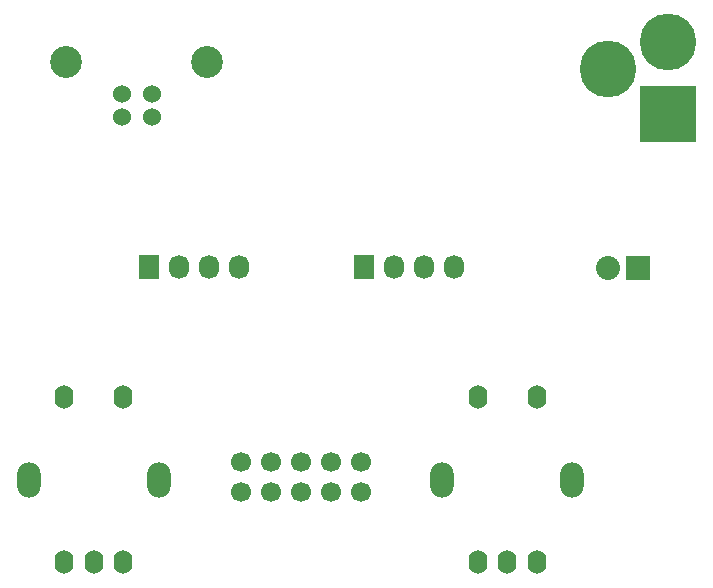
<source format=gbr>
G04 #@! TF.FileFunction,Soldermask,Bot*
%FSLAX46Y46*%
G04 Gerber Fmt 4.6, Leading zero omitted, Abs format (unit mm)*
G04 Created by KiCad (PCBNEW 4.0.6-e0-6349~53~ubuntu16.04.1) date Sat Jul 15 19:45:57 2017*
%MOMM*%
%LPD*%
G01*
G04 APERTURE LIST*
%ADD10C,0.100000*%
%ADD11O,2.000000X3.000000*%
%ADD12O,1.600000X2.000000*%
%ADD13C,1.524000*%
%ADD14C,2.700020*%
%ADD15R,1.727200X2.032000*%
%ADD16O,1.727200X2.032000*%
%ADD17C,4.800600*%
%ADD18R,4.800600X4.800600*%
%ADD19R,2.032000X2.032000*%
%ADD20O,2.032000X2.032000*%
%ADD21C,1.700000*%
G04 APERTURE END LIST*
D10*
D11*
X97650000Y-91059000D03*
D12*
X94650000Y-84059000D03*
X94650000Y-98059000D03*
X92150000Y-98059000D03*
X89650000Y-84059000D03*
X89650000Y-98059000D03*
D11*
X86650000Y-91059000D03*
D13*
X62039500Y-60388500D03*
X59499500Y-60388500D03*
X59499500Y-58389520D03*
X62039500Y-58389520D03*
D14*
X66768980Y-55689500D03*
X54770020Y-55689500D03*
D15*
X61849000Y-73025000D03*
D16*
X64389000Y-73025000D03*
X66929000Y-73025000D03*
X69469000Y-73025000D03*
D15*
X80010000Y-73088500D03*
D16*
X82550000Y-73088500D03*
X85090000Y-73088500D03*
X87630000Y-73088500D03*
D17*
X105727500Y-54038500D03*
D18*
X105727500Y-60134500D03*
D17*
X100647500Y-56324500D03*
D19*
X103251000Y-73152000D03*
D20*
X100711000Y-73152000D03*
D11*
X62650000Y-91059000D03*
D12*
X59650000Y-84059000D03*
X59650000Y-98059000D03*
X57150000Y-98059000D03*
X54650000Y-84059000D03*
X54650000Y-98059000D03*
D11*
X51650000Y-91059000D03*
D21*
X69596000Y-89535000D03*
X69596000Y-92075000D03*
X72136000Y-89535000D03*
X72136000Y-92075000D03*
X74676000Y-89535000D03*
X74676000Y-92075000D03*
X77216000Y-89535000D03*
X77216000Y-92075000D03*
X79756000Y-89535000D03*
X79756000Y-92075000D03*
M02*

</source>
